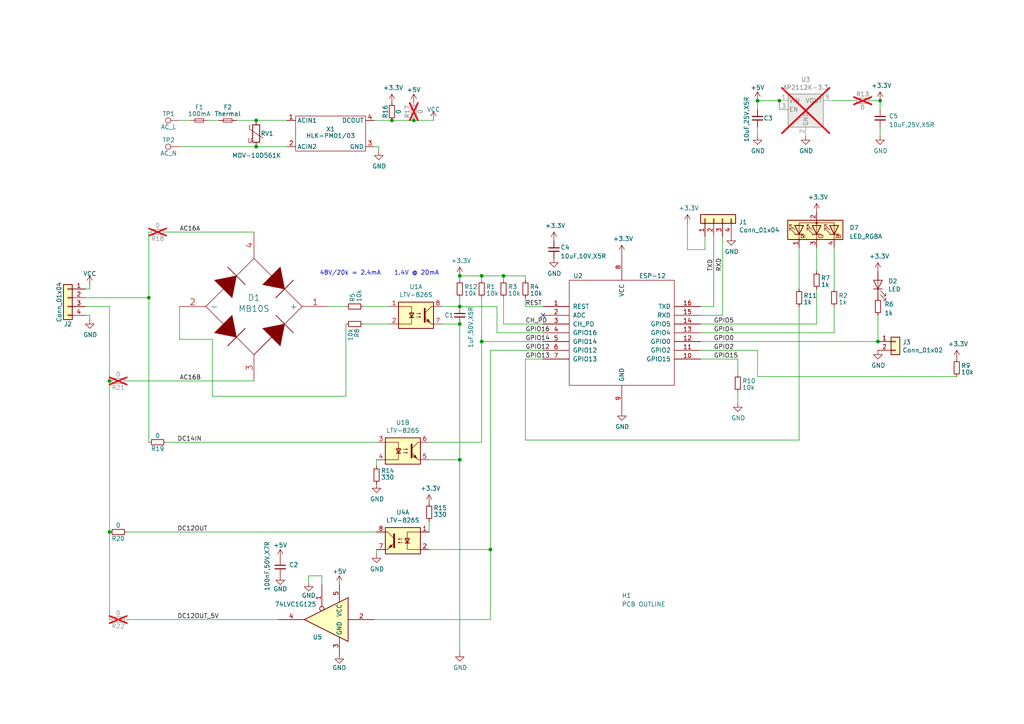
<source format=kicad_sch>
(kicad_sch (version 20230121) (generator eeschema)
  (paper "A4")
  (lib_symbols
    (symbol "Device:Fuse_Small" (pin_numbers hide) (pin_names (offset 0.254) hide)
      (property "Reference" "F" (at 0 -1.524 0))
      (property "Value" "Fuse_Small" (at 0 1.524 0))
      (symbol "Fuse_Small_0_1"
        (rectangle (start -1.27 0.508) (end 1.27 -0.508))
        (polyline (pts (xy -1.27 0) (xy 1.27 0)))
      )
      (symbol "Fuse_Small_1_1"
        (pin passive line (at -2.54 0 0) (length 1.27) (name "~") (number "1"))
        (pin passive line (at 2.54 0 180) (length 1.27) (name "~") (number "2"))
      )
    )
    (symbol "jlcpcb-basic-capacitor-0603:100nF,50V,X7R "
      (property "Reference" "C" (at 1.71 0.508 0))
      (property "Value" "100nF,50V,X7R " (at 1.71 -1.016 0))
      (symbol "100nF,50V,X7R _0_0"
        (polyline (pts (xy -1.524 -0.508) (xy 1.524 -0.508)) (stroke (width 0.3048)))
        (polyline (pts (xy -1.524 0.508) (xy 1.524 0.508)) (stroke (width 0.3048)))
        (pin passive line (at 0 2.54 270) (length 2.032) (name "~") (number "1"))
        (pin passive line (at 0 -2.54 90) (length 2.032) (name "~") (number "2"))
      )
    )
    (symbol "jlcpcb-basic-capacitor-0603:10uF,10V,X5R "
      (property "Reference" "C" (at 1.71 0.508 0))
      (property "Value" "10uF,10V,X5R " (at 1.71 -1.016 0))
      (symbol "10uF,10V,X5R _0_0"
        (polyline (pts (xy -1.524 -0.508) (xy 1.524 -0.508)) (stroke (width 0.3048)))
        (polyline (pts (xy -1.524 0.508) (xy 1.524 0.508)) (stroke (width 0.3048)))
        (pin passive line (at 0 2.54 270) (length 2.032) (name "~") (number "1"))
        (pin passive line (at 0 -2.54 90) (length 2.032) (name "~") (number "2"))
      )
    )
    (symbol "jlcpcb-basic-capacitor-0603:10uF,25V,X5R "
      (property "Reference" "C" (at 1.71 0.508 0))
      (property "Value" "10uF,25V,X5R " (at 1.71 -1.016 0))
      (symbol "10uF,25V,X5R _0_0"
        (polyline (pts (xy -1.524 -0.508) (xy 1.524 -0.508)) (stroke (width 0.3048)))
        (polyline (pts (xy -1.524 0.508) (xy 1.524 0.508)) (stroke (width 0.3048)))
        (pin passive line (at 0 2.54 270) (length 2.032) (name "~") (number "1"))
        (pin passive line (at 0 -2.54 90) (length 2.032) (name "~") (number "2"))
      )
    )
    (symbol "jlcpcb-basic-capacitor-0603:1uF,50V,X5R "
      (property "Reference" "C" (at 1.71 0.508 0))
      (property "Value" "1uF,50V,X5R " (at 1.71 -1.016 0))
      (symbol "1uF,50V,X5R _0_0"
        (polyline (pts (xy -1.524 -0.508) (xy 1.524 -0.508)) (stroke (width 0.3048)))
        (polyline (pts (xy -1.524 0.508) (xy 1.524 0.508)) (stroke (width 0.3048)))
        (pin passive line (at 0 2.54 270) (length 2.032) (name "~") (number "1"))
        (pin passive line (at 0 -2.54 90) (length 2.032) (name "~") (number "2"))
      )
    )
    (symbol "jlcpcb-basic-resistor-0603:0"
      (property "Reference" "R" (at 0.762 0.508 0))
      (property "Value" "0" (at 0.762 -1.016 0))
      (symbol "0_0_0"
        (rectangle (start -0.762 1.778) (end 0.762 -1.778) (stroke (width 0.2032)))
        (pin passive line (at 0 2.54 270) (length 0.762) (name "~") (number "1"))
        (pin passive line (at 0 -2.54 90) (length 0.762) (name "~") (number "2"))
      )
    )
    (symbol "jlcpcb-basic-resistor-0603:10k"
      (property "Reference" "R" (at 0.762 0.508 0))
      (property "Value" "10k" (at 0.762 -1.016 0))
      (symbol "10k_0_0"
        (rectangle (start -0.762 1.778) (end 0.762 -1.778) (stroke (width 0.2032)))
        (pin passive line (at 0 2.54 270) (length 0.762) (name "~") (number "1"))
        (pin passive line (at 0 -2.54 90) (length 0.762) (name "~") (number "2"))
      )
    )
    (symbol "jlcpcb-basic-resistor-0603:1k"
      (property "Reference" "R" (at 0.762 0.508 0))
      (property "Value" "1k" (at 0.762 -1.016 0))
      (symbol "1k_0_0"
        (rectangle (start -0.762 1.778) (end 0.762 -1.778) (stroke (width 0.2032)))
        (pin passive line (at 0 2.54 270) (length 0.762) (name "~") (number "1"))
        (pin passive line (at 0 -2.54 90) (length 0.762) (name "~") (number "2"))
      )
    )
    (symbol "jlcpcb-basic-resistor-0603:330"
      (property "Reference" "R" (at 0.762 0.508 0))
      (property "Value" "330" (at 0.762 -1.016 0))
      (symbol "330_0_0"
        (rectangle (start -0.762 1.778) (end 0.762 -1.778) (stroke (width 0.2032)))
        (pin passive line (at 0 2.54 270) (length 0.762) (name "~") (number "1"))
        (pin passive line (at 0 -2.54 90) (length 0.762) (name "~") (number "2"))
      )
    )
    (symbol "library:74LVC1G125"
      (property "Reference" "U" (at -10.16 7.62 0))
      (property "Value" "74LVC1G125" (at 2.54 -7.62 0))
      (symbol "74LVC1G125_0_1"
        (polyline (pts (xy -7.62 6.35) (xy -7.62 -6.35) (xy 5.08 0) (xy -7.62 6.35)) (stroke (width 0.254)) (fill (type background)))
      )
      (symbol "74LVC1G125_1_1"
        (pin input inverted (at 0 10.16 270) (length 7.62) (name "~") (number "1"))
        (pin input line (at -15.24 0 0) (length 7.62) (name "~") (number "2"))
        (pin power_in line (at -5.08 -10.16 90) (length 5.08) (name "GND") (number "3"))
        (pin tri_state line (at 12.7 0 180) (length 7.62) (name "~") (number "4"))
        (pin power_in line (at -5.08 10.16 270) (length 5.08) (name "VCC") (number "5"))
      )
    )
    (symbol "power:+3.3V" (power) (pin_names (offset 0))
      (property "Value" "+3.3V" (at 0 3.556 0))
      (symbol "+3.3V_0_1"
        (polyline (pts (xy -0.762 1.27) (xy 0 2.54)))
        (polyline (pts (xy 0 0) (xy 0 2.54)))
        (polyline (pts (xy 0 2.54) (xy 0.762 1.27)))
      )
      (symbol "+3.3V_1_1"
        (pin power_in line (at 0 0 90) (length 0) hide (name "+3.3V") (number "1"))
      )
    )
    (symbol "power:+5V" (power) (pin_names (offset 0))
      (property "Value" "+5V" (at 0 3.556 0))
      (symbol "+5V_0_1"
        (polyline (pts (xy -0.762 1.27) (xy 0 2.54)))
        (polyline (pts (xy 0 0) (xy 0 2.54)))
        (polyline (pts (xy 0 2.54) (xy 0.762 1.27)))
      )
      (symbol "+5V_1_1"
        (pin power_in line (at 0 0 90) (length 0) hide (name "+5V") (number "1"))
      )
    )
    (symbol "power:GND" (power) (pin_names (offset 0))
      (property "Value" "GND" (at 0 -3.81 0))
      (symbol "GND_0_1"
        (polyline (pts (xy 0 0) (xy 0 -1.27) (xy 1.27 -1.27) (xy 0 -2.54) (xy -1.27 -1.27) (xy 0 -1.27)))
      )
      (symbol "GND_1_1"
        (pin power_in line (at 0 0 270) (length 0) hide (name "GND") (number "1"))
      )
    )
    (symbol "power:VCC" (power) (pin_names (offset 0))
      (property "Value" "VCC" (at 0 3.81 0))
      (symbol "VCC_0_1"
        (polyline (pts (xy -0.762 1.27) (xy 0 2.54)))
        (polyline (pts (xy 0 0) (xy 0 2.54)))
        (polyline (pts (xy 0 2.54) (xy 0.762 1.27)))
      )
      (symbol "VCC_1_1"
        (pin power_in line (at 0 0 90) (length 0) hide (name "VCC") (number "1"))
      )
    )
    (symbol "tom-connectors:Conn_01x02" (pin_names (offset 1.016) hide)
      (property "Reference" "J" (at 0 2.54 0))
      (property "Value" "Conn_01x02" (at 0 -5.08 0))
      (symbol "Conn_01x02_1_1"
        (rectangle (start -1.27 -2.413) (end 0 -2.667) (stroke (width 0.1524)))
        (rectangle (start -1.27 0.127) (end 0 -0.127) (stroke (width 0.1524)))
        (rectangle (start -1.27 1.27) (end 1.27 -3.81) (stroke (width 0.254)) (fill (type background)))
        (pin passive line (at -5.08 0 0) (length 3.81) (name "Pin_1") (number "1"))
        (pin passive line (at -5.08 -2.54 0) (length 3.81) (name "Pin_2") (number "2"))
      )
    )
    (symbol "tom-connectors:Conn_01x04" (pin_names (offset 1.016) hide)
      (property "Reference" "J" (at 0 5.08 0))
      (property "Value" "Conn_01x04" (at 0 -7.62 0))
      (symbol "Conn_01x04_1_1"
        (rectangle (start -1.27 -4.953) (end 0 -5.207) (stroke (width 0.1524)))
        (rectangle (start -1.27 -2.413) (end 0 -2.667) (stroke (width 0.1524)))
        (rectangle (start -1.27 0.127) (end 0 -0.127) (stroke (width 0.1524)))
        (rectangle (start -1.27 2.667) (end 0 2.413) (stroke (width 0.1524)))
        (rectangle (start -1.27 3.81) (end 1.27 -6.35) (stroke (width 0.254)) (fill (type background)))
        (pin passive line (at -5.08 2.54 0) (length 3.81) (name "Pin_1") (number "1"))
        (pin passive line (at -5.08 0 0) (length 3.81) (name "Pin_2") (number "2"))
        (pin passive line (at -5.08 -2.54 0) (length 3.81) (name "Pin_3") (number "3"))
        (pin passive line (at -5.08 -5.08 0) (length 3.81) (name "Pin_4") (number "4"))
      )
    )
    (symbol "tom-mechanical:TestPoint" (pin_numbers hide) (pin_names (offset 0.762) hide)
      (property "Reference" "TP" (at 0 6.858 0))
      (property "Value" "TestPoint" (at 0 5.08 0))
      (symbol "TestPoint_0_1"
        (circle (center 0 3.302) (radius 0.762))
      )
      (symbol "TestPoint_1_1"
        (pin passive line (at 0 0 90) (length 2.54) (name "1") (number "1"))
      )
    )
    (symbol "tom-mechanical:mech-only-no-pins" (pin_numbers hide) (pin_names (offset 0) hide)
      (property "Reference" "H" (at 0 0 0))
      (property "Value" "mech-only-no-pins" (at 0 2.54 0))
    )
    (symbol "tom-modules:ESP-12" (pin_names (offset 1.016))
      (property "Reference" "U" (at 0 -2.54 0))
      (property "Value" "ESP-12" (at 0 2.54 0))
      (symbol "ESP-12_1_0"
        (rectangle (start -15.24 -15.24) (end 15.24 15.24))
      )
      (symbol "ESP-12_1_1"
        (pin input line (at -22.86 7.62 0) (length 7.62) (name "REST") (number "1"))
        (pin bidirectional line (at 22.86 -7.62 180) (length 7.62) (name "GPIO15") (number "10"))
        (pin bidirectional line (at 22.86 -5.08 180) (length 7.62) (name "GPIO2") (number "11"))
        (pin bidirectional line (at 22.86 -2.54 180) (length 7.62) (name "GPIO0") (number "12"))
        (pin bidirectional line (at 22.86 0 180) (length 7.62) (name "GPIO4") (number "13"))
        (pin bidirectional line (at 22.86 2.54 180) (length 7.62) (name "GPIO5") (number "14"))
        (pin input line (at 22.86 5.08 180) (length 7.62) (name "RXD") (number "15"))
        (pin output line (at 22.86 7.62 180) (length 7.62) (name "TXD") (number "16"))
        (pin passive line (at -22.86 5.08 0) (length 7.62) (name "ADC") (number "2"))
        (pin input line (at -22.86 2.54 0) (length 7.62) (name "CH_PD") (number "3"))
        (pin bidirectional line (at -22.86 0 0) (length 7.62) (name "GPIO16") (number "4"))
        (pin bidirectional line (at -22.86 -2.54 0) (length 7.62) (name "GPIO14") (number "5"))
        (pin bidirectional line (at -22.86 -5.08 0) (length 7.62) (name "GPIO12") (number "6"))
        (pin bidirectional line (at -22.86 -7.62 0) (length 7.62) (name "GPIO13") (number "7"))
        (pin power_in line (at 0 22.86 270) (length 7.62) (name "VCC") (number "8"))
        (pin power_in line (at 0 -22.86 90) (length 7.62) (name "GND") (number "9"))
      )
    )
    (symbol "tom-modules:HLK-PM"
      (property "Reference" "X" (at 0 0 0))
      (symbol "HLK-PM_0_1"
        (rectangle (start -10.16 5.08) (end 10.16 -5.08))
      )
      (symbol "HLK-PM_1_1"
        (pin power_in line (at -12.7 3.81 0) (length 2.54) (name "ACIN1") (number "1"))
        (pin power_in line (at -12.7 -3.81 0) (length 2.54) (name "ACIN2") (number "2"))
        (pin passive line (at 12.7 -3.81 180) (length 2.54) (name "GND") (number "3"))
        (pin power_out line (at 12.7 3.81 180) (length 2.54) (name "DCOUT") (number "4"))
      )
    )
    (symbol "tom-opto:LED" (pin_numbers hide) (pin_names (offset 1.016) hide)
      (property "Reference" "D" (at 0 2.54 0))
      (property "Value" "LED" (at 0 -2.54 0))
      (symbol "LED_0_1"
        (polyline (pts (xy -1.27 -1.27) (xy -1.27 1.27)) (stroke (width 0.2032)))
        (polyline (pts (xy -1.27 0) (xy 1.27 0)))
        (polyline (pts (xy 1.27 -1.27) (xy 1.27 1.27) (xy -1.27 0) (xy 1.27 -1.27)) (stroke (width 0.2032)))
        (polyline (pts (xy -3.048 -0.762) (xy -4.572 -2.286) (xy -3.81 -2.286) (xy -4.572 -2.286) (xy -4.572 -1.524)))
        (polyline (pts (xy -1.778 -0.762) (xy -3.302 -2.286) (xy -2.54 -2.286) (xy -3.302 -2.286) (xy -3.302 -1.524)))
      )
      (symbol "LED_1_1"
        (pin passive line (at -3.81 0 0) (length 2.54) (name "K") (number "1"))
        (pin passive line (at 3.81 0 180) (length 2.54) (name "A") (number "2"))
      )
    )
    (symbol "tom-opto:LED_RGBA" (pin_names (offset 0) hide)
      (property "Reference" "D" (at 0 9.398 0))
      (property "Value" "LED_RGBA" (at 0 -8.89 0))
      (symbol "LED_RGBA_0_0"
        (text "B" (at -1.905 -6.35 0) (effects (font (size 1.27 1.27))))
        (text "G" (at -1.905 -1.27 0) (effects (font (size 1.27 1.27))))
        (text "R" (at -1.905 3.81 0) (effects (font (size 1.27 1.27))))
      )
      (symbol "LED_RGBA_0_1"
        (polyline (pts (xy -1.27 -5.08) (xy -2.54 -5.08)))
        (polyline (pts (xy -1.27 -5.08) (xy 1.27 -5.08)))
        (polyline (pts (xy -1.27 -3.81) (xy -1.27 -6.35)) (stroke (width 0.254)))
        (polyline (pts (xy -1.27 0) (xy -2.54 0)))
        (polyline (pts (xy -1.27 1.27) (xy -1.27 -1.27)) (stroke (width 0.254)))
        (polyline (pts (xy -1.27 5.08) (xy -2.54 5.08)))
        (polyline (pts (xy -1.27 5.08) (xy 1.27 5.08)))
        (polyline (pts (xy -1.27 6.35) (xy -1.27 3.81)) (stroke (width 0.254)))
        (polyline (pts (xy 1.27 0) (xy -1.27 0)))
        (polyline (pts (xy 1.27 0) (xy 2.54 0)))
        (polyline (pts (xy -1.27 1.27) (xy -1.27 -1.27) (xy -1.27 -1.27)))
        (polyline (pts (xy -1.27 6.35) (xy -1.27 3.81) (xy -1.27 3.81)))
        (polyline (pts (xy 1.27 -5.08) (xy 2.032 -5.08) (xy 2.032 5.08) (xy 1.27 5.08)))
        (polyline (pts (xy 1.27 -3.81) (xy 1.27 -6.35) (xy -1.27 -5.08) (xy 1.27 -3.81)) (stroke (width 0.254)))
        (polyline (pts (xy 1.27 1.27) (xy 1.27 -1.27) (xy -1.27 0) (xy 1.27 1.27)) (stroke (width 0.254)))
        (polyline (pts (xy 1.27 6.35) (xy 1.27 3.81) (xy -1.27 5.08) (xy 1.27 6.35)) (stroke (width 0.254)))
        (polyline (pts (xy -1.016 -3.81) (xy 0.508 -2.286) (xy -0.254 -2.286) (xy 0.508 -2.286) (xy 0.508 -3.048)))
        (polyline (pts (xy -1.016 1.27) (xy 0.508 2.794) (xy -0.254 2.794) (xy 0.508 2.794) (xy 0.508 2.032)))
        (polyline (pts (xy -1.016 6.35) (xy 0.508 7.874) (xy -0.254 7.874) (xy 0.508 7.874) (xy 0.508 7.112)))
        (polyline (pts (xy 0 -3.81) (xy 1.524 -2.286) (xy 0.762 -2.286) (xy 1.524 -2.286) (xy 1.524 -3.048)))
        (polyline (pts (xy 0 1.27) (xy 1.524 2.794) (xy 0.762 2.794) (xy 1.524 2.794) (xy 1.524 2.032)))
        (polyline (pts (xy 0 6.35) (xy 1.524 7.874) (xy 0.762 7.874) (xy 1.524 7.874) (xy 1.524 7.112)))
        (rectangle (start 1.27 -1.27) (end 1.27 1.27))
        (rectangle (start 1.27 1.27) (end 1.27 1.27))
        (rectangle (start 1.27 3.81) (end 1.27 6.35))
        (rectangle (start 1.27 6.35) (end 1.27 6.35))
        (circle (center 2.032 0) (radius 0.254) (fill (type outline)))
        (rectangle (start 2.794 8.382) (end -2.794 -7.62) (stroke (width 0.254)) (fill (type background)))
      )
      (symbol "LED_RGBA_1_1"
        (pin passive line (at -5.08 5.08 0) (length 2.54) (name "RK") (number "1"))
        (pin passive line (at 5.08 0 180) (length 2.54) (name "A") (number "2"))
        (pin passive line (at -5.08 0 0) (length 2.54) (name "GK") (number "3"))
        (pin passive line (at -5.08 -5.08 0) (length 2.54) (name "BK") (number "4"))
      )
    )
    (symbol "tom-opto:LTV-826S" (pin_names (offset 1.016))
      (property "Reference" "U" (at -5.08 5.08 0))
      (property "Value" "LTV-826S" (at 0 5.08 0))
      (symbol "LTV-826S_0_1"
        (rectangle (start -5.08 3.81) (end 5.08 -3.81) (stroke (width 0.254)) (fill (type background)))
        (polyline (pts (xy -1.905 -0.635) (xy -0.635 -0.635)) (stroke (width 0.254)))
        (polyline (pts (xy 2.54 0.635) (xy 4.445 2.54)))
        (polyline (pts (xy 4.445 -2.54) (xy 2.54 -0.635)) (fill (type outline)))
        (polyline (pts (xy 4.445 -2.54) (xy 5.08 -2.54)))
        (polyline (pts (xy 4.445 2.54) (xy 5.08 2.54)))
        (polyline (pts (xy -5.08 2.54) (xy -1.27 2.54) (xy -1.27 0.635)))
        (polyline (pts (xy -1.27 1.016) (xy -1.27 -2.54) (xy -5.08 -2.54)))
        (polyline (pts (xy 2.54 1.905) (xy 2.54 -1.905) (xy 2.54 -1.905)) (stroke (width 0.508)))
        (polyline (pts (xy -1.27 -0.635) (xy -1.905 0.635) (xy -0.635 0.635) (xy -1.27 -0.635)) (stroke (width 0.254)))
        (polyline (pts (xy 0.127 -0.508) (xy 1.397 -0.508) (xy 1.016 -0.635) (xy 1.016 -0.381) (xy 1.397 -0.508)))
        (polyline (pts (xy 0.127 0.508) (xy 1.397 0.508) (xy 1.016 0.381) (xy 1.016 0.635) (xy 1.397 0.508)))
        (polyline (pts (xy 3.048 -1.651) (xy 3.556 -1.143) (xy 4.064 -2.159) (xy 3.048 -1.651) (xy 3.048 -1.651)) (fill (type outline)))
      )
      (symbol "LTV-826S_1_1"
        (pin passive line (at -7.62 2.54 0) (length 2.54) (name "~") (number "1"))
        (pin passive line (at -7.62 -2.54 0) (length 2.54) (name "~") (number "2"))
        (pin passive line (at 7.62 -2.54 180) (length 2.54) (name "~") (number "7"))
        (pin passive line (at 7.62 2.54 180) (length 2.54) (name "~") (number "8"))
      )
      (symbol "LTV-826S_2_1"
        (pin passive line (at -7.62 2.54 0) (length 2.54) (name "~") (number "3"))
        (pin passive line (at -7.62 -2.54 0) (length 2.54) (name "~") (number "4"))
        (pin passive line (at 7.62 -2.54 180) (length 2.54) (name "~") (number "5"))
        (pin passive line (at 7.62 2.54 180) (length 2.54) (name "~") (number "6"))
      )
    )
    (symbol "tom-passives:BRIDGE_MBnnS" (pin_names (offset 1.27))
      (property "Reference" "D" (at 0 1.27 0))
      (property "Value" "BRIDGE_MBnnS" (at 0 -1.27 0))
      (symbol "BRIDGE_MBnnS_0_0"
        (polyline (pts (xy -13.97 0) (xy -8.89 -5.08)) (stroke (width 0.1524)))
        (polyline (pts (xy -13.97 0) (xy -8.89 5.08)) (stroke (width 0.1524)))
        (polyline (pts (xy -7.62 11.43) (xy -2.54 6.35)) (stroke (width 0.2032)))
        (polyline (pts (xy -2.54 -6.35) (xy -7.62 -11.43)))
        (polyline (pts (xy -2.54 -6.35) (xy -7.62 -11.43)) (stroke (width 0.2032)))
        (polyline (pts (xy 0 -13.97) (xy 5.08 -8.89)))
        (polyline (pts (xy 0 -13.97) (xy 5.08 -8.89)) (stroke (width 0.1524)))
        (polyline (pts (xy 0 13.97) (xy 5.08 8.89)) (stroke (width 0.1524)))
        (polyline (pts (xy 6.35 -2.54) (xy 11.43 -7.62)) (stroke (width 0.2032)))
        (polyline (pts (xy 8.89 5.08) (xy 13.97 0)) (stroke (width 0.1524)))
        (polyline (pts (xy 11.43 7.62) (xy 6.35 2.54)))
        (polyline (pts (xy 11.43 7.62) (xy 6.35 2.54)) (stroke (width 0.2032)))
        (polyline (pts (xy 13.97 0) (xy 8.89 -5.08)) (stroke (width 0.1524)))
        (polyline (pts (xy -11.43 7.62) (xy -5.08 8.89) (xy -6.35 2.54) (xy -11.43 7.62) (xy -11.43 7.62)) (fill (type outline)))
        (polyline (pts (xy -6.35 -2.54) (xy -5.08 -8.89) (xy -11.43 -7.62) (xy -6.35 -2.54) (xy -6.35 -2.54)) (fill (type outline)))
        (polyline (pts (xy 2.54 -6.35) (xy 8.89 -5.08) (xy 7.62 -11.43) (xy 2.54 -6.35) (xy 2.54 -6.35)) (fill (type outline)))
        (polyline (pts (xy 7.62 11.43) (xy 8.89 5.08) (xy 2.54 6.35) (xy 7.62 11.43) (xy 7.62 11.43)) (fill (type outline)))
      )
      (symbol "BRIDGE_MBnnS_0_1"
        (polyline (pts (xy -5.08 -8.89) (xy 0 -13.97)) (stroke (width 0.1524)))
        (polyline (pts (xy -5.08 8.89) (xy 0 13.97)) (stroke (width 0.1524)))
      )
      (symbol "BRIDGE_MBnnS_1_1"
        (pin input line (at 21.59 0 180) (length 7.62) (name "+") (number "1"))
        (pin input line (at -21.59 0 0) (length 7.62) (name "-") (number "2"))
        (pin input line (at 0 -21.59 90) (length 7.62) (name "~") (number "3"))
        (pin input line (at 0 21.59 270) (length 7.62) (name "~") (number "4"))
      )
    )
    (symbol "tom-passives:Varistor" (pin_numbers hide) (pin_names (offset 0))
      (property "Reference" "RV" (at 3.175 0 90))
      (property "Value" "Varistor" (at -3.175 0 90))
      (symbol "Varistor_0_0"
        (text "U" (at -1.778 -2.032 0) (effects (font (size 1.27 1.27))))
      )
      (symbol "Varistor_0_1"
        (rectangle (start -1.016 -2.54) (end 1.016 2.54) (stroke (width 0.254)))
        (polyline (pts (xy -1.905 2.54) (xy -1.905 1.27) (xy 1.905 -1.27)))
      )
      (symbol "Varistor_1_1"
        (pin passive line (at 0 3.81 270) (length 1.27) (name "~") (number "1"))
        (pin passive line (at 0 -3.81 90) (length 1.27) (name "~") (number "2"))
      )
    )
    (symbol "tom-semiconductors:AP2112K-3.3" (pin_names (offset 0.254))
      (property "Reference" "U" (at -5.08 5.715 0))
      (property "Value" "AP2112K-3.3" (at 0 5.715 0))
      (symbol "AP2112K-3.3_0_1"
        (rectangle (start -5.08 4.445) (end 5.08 -5.08) (stroke (width 0.254)) (fill (type background)))
      )
      (symbol "AP2112K-3.3_1_1"
        (pin power_in line (at -7.62 2.54 0) (length 2.54) (name "VIN") (number "1"))
        (pin passive line (at 0 -7.62 90) (length 2.54) (name "GND") (number "2"))
        (pin input line (at -7.62 0 0) (length 2.54) (name "EN") (number "3"))
        (pin no_connect line (at 7.62 0 180) (length 2.54) hide (name "NC") (number "4"))
        (pin power_out line (at 7.62 2.54 180) (length 2.54) (name "VOUT") (number "5"))
      )
    )
  )
  (junction (at 74.295 42.545))
  (junction (at 133.35 133.35))
  (junction (at 113.665 34.925))
  (junction (at 133.35 88.9))
  (junction (at 226.06 29.21))
  (junction (at 31.75 154.305))
  (junction (at 139.7 99.06))
  (junction (at 133.35 80.01))
  (junction (at 74.295 34.925))
  (junction (at 43.18 86.36))
  (junction (at 146.05 80.01))
  (junction (at 255.27 29.21))
  (junction (at 31.75 110.49))
  (junction (at 219.71 29.21))
  (junction (at 133.35 93.98))
  (junction (at 139.7 80.01))
  (junction (at 254.635 99.06))
  (junction (at 142.24 159.385))
  (junction (at 120.015 34.925))
  (no_connect (at 157.48 91.44))
  (wire (pts (xy 24.765 88.9) (xy 31.75 88.9)))
  (wire (pts (xy 133.35 189.23) (xy 133.35 133.35)))
  (wire (pts (xy 48.26 67.31) (xy 73.66 67.31)))
  (wire (pts (xy 203.2 93.98) (xy 236.855 93.98)))
  (wire (pts (xy 124.46 151.13) (xy 124.46 154.305)))
  (wire (pts (xy 203.2 96.52) (xy 241.935 96.52)))
  (wire (pts (xy 109.22 159.385) (xy 109.22 160.655)))
  (wire (pts (xy 142.24 159.385) (xy 124.46 159.385)))
  (wire (pts (xy 61.595 114.935) (xy 61.595 98.425)))
  (wire (pts (xy 255.27 36.83) (xy 255.27 39.37)))
  (wire (pts (xy 24.765 91.44) (xy 26.035 91.44)))
  (wire (pts (xy 241.935 71.755) (xy 241.935 83.82)))
  (wire (pts (xy 36.83 179.705) (xy 80.645 179.705)))
  (wire (pts (xy 128.27 88.9) (xy 133.35 88.9)))
  (wire (pts (xy 133.35 88.9) (xy 133.35 86.36)))
  (wire (pts (xy 31.75 154.305) (xy 31.75 179.705)))
  (wire (pts (xy 139.7 99.06) (xy 139.7 128.27)))
  (wire (pts (xy 139.7 99.06) (xy 157.48 99.06)))
  (wire (pts (xy 204.47 68.58) (xy 204.47 72.39)))
  (wire (pts (xy 152.4 81.28) (xy 152.4 80.01)))
  (wire (pts (xy 209.55 68.58) (xy 209.55 91.44)))
  (wire (pts (xy 254.635 91.44) (xy 254.635 99.06)))
  (wire (pts (xy 219.71 36.83) (xy 219.71 39.37)))
  (wire (pts (xy 139.7 80.01) (xy 139.7 81.28)))
  (wire (pts (xy 231.775 71.755) (xy 231.775 83.82)))
  (wire (pts (xy 236.855 83.82) (xy 236.855 93.98)))
  (wire (pts (xy 133.35 93.98) (xy 133.35 133.35)))
  (wire (pts (xy 139.7 128.27) (xy 124.46 128.27)))
  (wire (pts (xy 133.35 80.01) (xy 133.35 81.28)))
  (wire (pts (xy 43.18 86.36) (xy 43.18 128.27)))
  (wire (pts (xy 74.295 42.545) (xy 83.185 42.545)))
  (wire (pts (xy 95.25 88.9) (xy 100.33 88.9)))
  (wire (pts (xy 209.55 91.44) (xy 203.2 91.44)))
  (wire (pts (xy 24.765 86.36) (xy 43.18 86.36)))
  (wire (pts (xy 52.07 98.425) (xy 52.07 88.9)))
  (wire (pts (xy 142.24 179.705) (xy 108.585 179.705)))
  (wire (pts (xy 213.995 104.14) (xy 203.2 104.14)))
  (wire (pts (xy 152.4 104.14) (xy 152.4 127.635)))
  (wire (pts (xy 109.855 42.545) (xy 109.855 43.815)))
  (wire (pts (xy 146.05 80.01) (xy 146.05 81.28)))
  (wire (pts (xy 142.24 159.385) (xy 142.24 179.705)))
  (wire (pts (xy 142.24 101.6) (xy 157.48 101.6)))
  (wire (pts (xy 157.48 88.9) (xy 152.4 88.9)))
  (wire (pts (xy 152.4 104.14) (xy 157.48 104.14)))
  (wire (pts (xy 219.71 109.22) (xy 277.495 109.22)))
  (wire (pts (xy 152.4 88.9) (xy 152.4 86.36)))
  (wire (pts (xy 203.2 101.6) (xy 219.71 101.6)))
  (wire (pts (xy 105.41 93.98) (xy 113.03 93.98)))
  (wire (pts (xy 213.995 104.14) (xy 213.995 108.585)))
  (wire (pts (xy 231.775 88.9) (xy 231.775 127.635)))
  (wire (pts (xy 93.345 169.545) (xy 93.345 167.005)))
  (wire (pts (xy 219.71 101.6) (xy 219.71 109.22)))
  (wire (pts (xy 108.585 42.545) (xy 109.855 42.545)))
  (wire (pts (xy 219.71 29.21) (xy 226.06 29.21)))
  (wire (pts (xy 120.015 34.925) (xy 125.73 34.925)))
  (wire (pts (xy 124.46 133.35) (xy 133.35 133.35)))
  (wire (pts (xy 52.07 34.925) (xy 55.245 34.925)))
  (wire (pts (xy 213.995 113.665) (xy 213.995 116.84)))
  (wire (pts (xy 113.665 34.925) (xy 120.015 34.925)))
  (wire (pts (xy 144.145 96.52) (xy 157.48 96.52)))
  (wire (pts (xy 226.06 31.75) (xy 226.06 29.21)))
  (wire (pts (xy 36.83 110.49) (xy 73.66 110.49)))
  (wire (pts (xy 93.345 167.005) (xy 89.535 167.005)))
  (wire (pts (xy 157.48 93.98) (xy 146.05 93.98)))
  (wire (pts (xy 199.39 72.39) (xy 199.39 64.77)))
  (wire (pts (xy 68.58 34.925) (xy 74.295 34.925)))
  (wire (pts (xy 146.05 80.01) (xy 139.7 80.01)))
  (wire (pts (xy 109.22 133.35) (xy 109.22 135.255)))
  (wire (pts (xy 74.295 34.925) (xy 83.185 34.925)))
  (wire (pts (xy 31.75 88.9) (xy 31.75 110.49)))
  (wire (pts (xy 105.41 88.9) (xy 113.03 88.9)))
  (wire (pts (xy 43.18 67.31) (xy 43.18 86.36)))
  (wire (pts (xy 252.73 29.21) (xy 255.27 29.21)))
  (wire (pts (xy 204.47 72.39) (xy 199.39 72.39)))
  (wire (pts (xy 36.83 154.305) (xy 109.22 154.305)))
  (wire (pts (xy 255.27 29.21) (xy 255.27 31.75)))
  (wire (pts (xy 144.145 96.52) (xy 144.145 88.9)))
  (wire (pts (xy 26.035 83.82) (xy 24.765 83.82)))
  (wire (pts (xy 152.4 127.635) (xy 231.775 127.635)))
  (wire (pts (xy 219.71 29.21) (xy 219.71 31.75)))
  (wire (pts (xy 236.855 71.755) (xy 236.855 78.74)))
  (wire (pts (xy 26.035 82.55) (xy 26.035 83.82)))
  (wire (pts (xy 48.26 128.27) (xy 109.22 128.27)))
  (wire (pts (xy 61.595 98.425) (xy 52.07 98.425)))
  (wire (pts (xy 133.35 88.9) (xy 144.145 88.9)))
  (wire (pts (xy 52.07 42.545) (xy 74.295 42.545)))
  (wire (pts (xy 241.935 88.9) (xy 241.935 96.52)))
  (wire (pts (xy 60.325 34.925) (xy 63.5 34.925)))
  (wire (pts (xy 26.035 91.44) (xy 26.035 92.71)))
  (wire (pts (xy 31.75 110.49) (xy 31.75 154.305)))
  (wire (pts (xy 108.585 34.925) (xy 113.665 34.925)))
  (wire (pts (xy 139.7 80.01) (xy 133.35 80.01)))
  (wire (pts (xy 139.7 86.36) (xy 139.7 99.06)))
  (wire (pts (xy 128.27 93.98) (xy 133.35 93.98)))
  (wire (pts (xy 146.05 93.98) (xy 146.05 86.36)))
  (wire (pts (xy 241.3 29.21) (xy 247.65 29.21)))
  (wire (pts (xy 203.2 99.06) (xy 254.635 99.06)))
  (wire (pts (xy 207.01 88.9) (xy 203.2 88.9)))
  (wire (pts (xy 207.01 68.58) (xy 207.01 88.9)))
  (wire (pts (xy 142.24 101.6) (xy 142.24 159.385)))
  (wire (pts (xy 100.33 114.935) (xy 61.595 114.935)))
  (wire (pts (xy 100.33 93.98) (xy 100.33 114.935)))
  (wire (pts (xy 152.4 80.01) (xy 146.05 80.01)))
  (wire (pts (xy 89.535 167.005) (xy 89.535 168.91)))
  (text "48V/20k = 2.4mA" (at 92.71 80.01 0) (effects (font (size 1.27 1.27)) (justify left bottom)))
  (text "1.4V @ 20mA" (at 114.3 80.01 0) (effects (font (size 1.27 1.27)) (justify left bottom)))
  (label "AC16B" (at 52.07 110.49 0))
  (label "GPIO0" (at 207.01 99.06 0))
  (label "CH_PD" (at 152.4 93.98 0))
  (label "GPIO13" (at 152.4 104.14 0))
  (label "GPIO4" (at 207.01 96.52 0))
  (label "DC12OUT_5V" (at 51.435 179.705 0))
  (label "GPIO15" (at 207.01 104.14 0))
  (label "GPIO5" (at 207.01 93.98 0))
  (label "GPIO16" (at 152.4 96.52 0))
  (label "GPIO12" (at 152.4 101.6 0))
  (label "REST" (at 152.4 88.9 0))
  (label "RXD" (at 209.55 78.74 90))
  (label "AC16A" (at 52.07 67.31 0))
  (label "GPIO14" (at 152.4 99.06 0))
  (label "GPIO2" (at 207.01 101.6 0))
  (label "DC12OUT" (at 51.435 154.305 0))
  (label "TXD" (at 207.01 78.74 90))
  (label "DC14IN" (at 51.435 128.27 0))
  (symbol (lib_id "tom-modules:ESP-12") (at 180.34 96.52 0) (unit 1)
    (property "Reference" "U2" (at 167.64 80.01 0))
    (property "Value" "ESP-12" (at 189.23 80.01 0))
    (property "Footprint" "tom-modules:ESP-12E_SMD" (effects hide))
    (property "Datasheet" "http://l0l.org.uk/2014/12/esp8266-modules-hardware-guide-gotta-catch-em-all/" (effects hide))
    (property "LCSC" "C82891" (effects hide))
  )
  (symbol (lib_id "power:GND") (at 180.34 119.38 0) (unit 1)
    (property "Reference" "#PWR0101" (effects hide))
    (property "Value" "GND" (at 180.467 123.7742 0))
  )
  (symbol (lib_id "power:+3.3V") (at 180.34 73.66 0) (unit 1)
    (property "Reference" "#PWR0102" (effects hide))
    (property "Value" "+3.3V" (at 180.721 69.2658 0))
  )
  (symbol (lib_id "power:+3.3V") (at 133.35 80.01 0) (unit 1)
    (property "Reference" "#PWR0103" (effects hide))
    (property "Value" "+3.3V" (at 133.731 75.6158 0))
  )
  (symbol (lib_id "tom-connectors:Conn_01x02") (at 259.715 99.06 0) (unit 1)
    (property "Reference" "J3" (at 261.747 99.2632 0) (effects (justify left)))
    (property "Value" "Conn_01x02" (at 261.747 101.5746 0) (effects (justify left)))
    (property "Footprint" "tom-connectors:PinHeader_1x02_P2.54mm_Vertical" (effects hide))
  )
  (symbol (lib_id "power:GND") (at 254.635 101.6 0) (unit 1)
    (property "Reference" "#PWR0104" (effects hide))
    (property "Value" "GND" (at 254.762 105.9942 0))
  )
  (symbol (lib_id "power:+3.3V") (at 254.635 78.74 0) (unit 1)
    (property "Reference" "#PWR0105" (effects hide))
    (property "Value" "+3.3V" (at 255.016 74.3458 0))
  )
  (symbol (lib_id "tom-connectors:Conn_01x04") (at 207.01 63.5 90) (unit 1)
    (property "Reference" "J1" (at 214.3252 64.4144 90) (effects (justify right)))
    (property "Value" "Conn_01x04" (at 214.3252 66.7258 90) (effects (justify right)))
    (property "Footprint" "tom-connectors:PinHeader_1x04_P2.54mm_Vertical" (effects hide))
  )
  (symbol (lib_id "power:+3.3V") (at 199.39 64.77 0) (unit 1)
    (property "Reference" "#PWR0106" (effects hide))
    (property "Value" "+3.3V" (at 199.771 60.3758 0))
  )
  (symbol (lib_id "power:GND") (at 212.09 68.58 0) (unit 1)
    (property "Reference" "#PWR0107" (effects hide))
    (property "Value" "GND" (at 212.217 72.9742 0))
  )
  (symbol (lib_id "tom-opto:LED") (at 254.635 82.55 90) (unit 1)
    (property "Reference" "D2" (at 257.6068 81.5594 90) (effects (justify right)))
    (property "Value" "LED" (at 257.6068 83.8708 90) (effects (justify right)))
    (property "Footprint" "tom-opto:LED_0805_2012Metric" (effects hide))
    (property "LCSC" "C34499" (effects hide))
  )
  (symbol (lib_id "power:+3.3V") (at 255.27 29.21 0) (unit 1)
    (property "Reference" "#PWR0108" (effects hide))
    (property "Value" "+3.3V" (at 255.651 24.8158 0))
  )
  (symbol (lib_id "power:GND") (at 255.27 39.37 0) (unit 1)
    (property "Reference" "#PWR0109" (effects hide))
    (property "Value" "GND" (at 255.397 43.7642 0))
  )
  (symbol (lib_id "power:+3.3V") (at 277.495 104.14 0) (unit 1)
    (property "Reference" "#PWR0110" (effects hide))
    (property "Value" "+3.3V" (at 277.876 99.7458 0))
  )
  (symbol (lib_id "power:GND") (at 213.995 116.84 0) (unit 1)
    (property "Reference" "#PWR0111" (effects hide))
    (property "Value" "GND" (at 214.122 121.2342 0))
  )
  (symbol (lib_id "tom-opto:LTV-826S") (at 120.65 91.44 0) (unit 1)
    (property "Reference" "U1" (at 120.65 83.185 0))
    (property "Value" "LTV-826S" (at 120.65 85.4964 0))
    (property "Footprint" "tom-semiconductors:DIP-8_W8.89mm_SMDSocket_LongPads" (effects hide))
  )
  (symbol (lib_id "power:GND") (at 133.35 189.23 0) (unit 1)
    (property "Reference" "#PWR0114" (effects hide))
    (property "Value" "GND" (at 133.477 193.6242 0))
  )
  (symbol (lib_id "tom-semiconductors:AP2112K-3.3") (at 233.68 31.75 0) (unit 1) (in_bom no) (dnp yes)
    (property "Reference" "U3" (at 233.68 23.0632 0))
    (property "Value" "AP2112K-3.3" (at 233.68 25.3746 0))
    (property "Footprint" "tom-semiconductors:SOT-23-5" (effects hide))
    (property "Datasheet" "https://www.diodes.com/assets/Datasheets/AP2112.pdf" (effects hide))
  )
  (symbol (lib_id "power:GND") (at 233.68 39.37 0) (unit 1)
    (property "Reference" "#PWR0115" (effects hide))
    (property "Value" "GND" (at 233.807 43.7642 0))
  )
  (symbol (lib_id "power:GND") (at 219.71 39.37 0) (unit 1)
    (property "Reference" "#PWR0116" (effects hide))
    (property "Value" "GND" (at 219.837 43.7642 0))
  )
  (symbol (lib_id "power:+3.3V") (at 236.855 61.595 0) (unit 1)
    (property "Reference" "#PWR0118" (effects hide))
    (property "Value" "+3.3V" (at 237.236 57.2008 0))
  )
  (symbol (lib_id "jlcpcb-basic-resistor-0603:0") (at 113.665 32.385 180) (unit 1)
    (property "Reference" "R16" (at 111.76 32.385 90))
    (property "Value" "0" (at 115.57 32.385 90))
    (property "Footprint" "tom-passives:R_0603_1608Metric" (effects hide))
    (property "Datasheet" "https://datasheet.lcsc.com/lcsc/2110252030_UNI-ROYAL-Uniroyal-Elec-0603WAF0000T5E_C21189.pdf" (effects hide))
    (property "LCSC" "C21189" (effects hide))
    (property "MFG" "UNI-ROYAL(Uniroyal Elec)" (effects hide))
    (property "MFGPN" "0603WAF0000T5E" (effects hide))
  )
  (symbol (lib_id "power:GND") (at 109.22 160.655 0) (unit 1)
    (property "Reference" "#PWR04" (effects hide))
    (property "Value" "GND" (at 109.347 165.0492 0))
  )
  (symbol (lib_id "jlcpcb-basic-resistor-0603:10k") (at 102.87 93.98 270) (unit 1)
    (property "Reference" "R8" (at 103.505 95.25 0) (effects (justify left)))
    (property "Value" "10k" (at 101.6 95.25 0) (effects (justify left)))
    (property "Footprint" "tom-passives:R_0603_1608Metric" (effects hide))
    (property "Datasheet" "https://datasheet.lcsc.com/lcsc/2110260030_UNI-ROYAL-Uniroyal-Elec-0603WAF1002T5E_C25804.pdf" (effects hide))
    (property "LCSC" "C25804" (effects hide))
    (property "MFG" "UNI-ROYAL(Uniroyal Elec)" (effects hide))
    (property "MFGPN" "0603WAF1002T5E" (effects hide))
  )
  (symbol (lib_id "Device:Fuse_Small") (at 57.785 34.925 0) (unit 1)
    (property "Reference" "F1" (at 57.785 31.115 0))
    (property "Value" "100mA" (at 57.785 33.02 0))
    (property "Footprint" "tom-passives:Fuse_2410" (effects hide))
  )
  (symbol (lib_id "jlcpcb-basic-resistor-0603:1k") (at 241.935 86.36 0) (unit 1)
    (property "Reference" "R2" (at 243.205 85.725 0) (effects (justify left)))
    (property "Value" "1k" (at 243.205 87.63 0) (effects (justify left)))
    (property "Footprint" "tom-passives:R_0603_1608Metric" (effects hide))
    (property "Datasheet" "https://datasheet.lcsc.com/lcsc/2110252030_UNI-ROYAL-Uniroyal-Elec-0603WAF1001T5E_C21190.pdf" (effects hide))
    (property "LCSC" "C21190" (effects hide))
    (property "MFG" "UNI-ROYAL(Uniroyal Elec)" (effects hide))
    (property "MFGPN" "0603WAF1001T5E" (effects hide))
  )
  (symbol (lib_id "power:GND") (at 109.22 140.335 0) (unit 1)
    (property "Reference" "#PWR02" (effects hide))
    (property "Value" "GND" (at 109.347 144.7292 0))
  )
  (symbol (lib_id "power:VCC") (at 125.73 34.925 0) (unit 1)
    (property "Reference" "#PWR014" (effects hide))
    (property "Value" "VCC" (at 125.73 31.75 0))
  )
  (symbol (lib_id "jlcpcb-basic-resistor-0603:0") (at 45.72 128.27 270) (unit 1)
    (property "Reference" "R19" (at 45.72 130.175 90))
    (property "Value" "0" (at 45.72 126.365 90))
    (property "Footprint" "tom-passives:R_0603_1608Metric" (effects hide))
    (property "Datasheet" "https://datasheet.lcsc.com/lcsc/2110252030_UNI-ROYAL-Uniroyal-Elec-0603WAF0000T5E_C21189.pdf" (effects hide))
    (property "LCSC" "C21189" (effects hide))
    (property "MFG" "UNI-ROYAL(Uniroyal Elec)" (effects hide))
    (property "MFGPN" "0603WAF0000T5E" (effects hide))
  )
  (symbol (lib_id "power:VCC") (at 26.035 82.55 0) (unit 1)
    (property "Reference" "#PWR015" (effects hide))
    (property "Value" "VCC" (at 26.035 79.375 0))
  )
  (symbol (lib_id "jlcpcb-basic-resistor-0603:0") (at 250.19 29.21 90) (unit 1) (in_bom no) (dnp yes)
    (property "Reference" "R13" (at 250.19 27.305 90))
    (property "Value" "0" (at 250.19 31.115 90))
    (property "Footprint" "tom-passives:R_0603_1608Metric" (effects hide))
    (property "Datasheet" "https://datasheet.lcsc.com/lcsc/2110252030_UNI-ROYAL-Uniroyal-Elec-0603WAF0000T5E_C21189.pdf" (effects hide))
    (property "LCSC" "C21189" (effects hide))
    (property "MFG" "UNI-ROYAL(Uniroyal Elec)" (effects hide))
    (property "MFGPN" "0603WAF0000T5E" (effects hide))
  )
  (symbol (lib_id "tom-mechanical:mech-only-no-pins") (at 179.705 173.355 0) (unit 1)
    (property "Reference" "H1" (at 180.34 172.72 0) (effects (justify left)))
    (property "Value" "PCB OUTLINE" (at 180.34 175.26 0) (effects (justify left)))
    (property "Footprint" "tom-mechanical:PCB_ALIEXPRESS_PLUGPACK_1" (effects hide))
  )
  (symbol (lib_id "jlcpcb-basic-resistor-0603:0") (at 34.29 154.305 270) (unit 1)
    (property "Reference" "R20" (at 34.29 156.21 90))
    (property "Value" "0" (at 34.29 152.4 90))
    (property "Footprint" "tom-passives:R_0603_1608Metric" (effects hide))
    (property "Datasheet" "https://datasheet.lcsc.com/lcsc/2110252030_UNI-ROYAL-Uniroyal-Elec-0603WAF0000T5E_C21189.pdf" (effects hide))
    (property "LCSC" "C21189" (effects hide))
    (property "MFG" "UNI-ROYAL(Uniroyal Elec)" (effects hide))
    (property "MFGPN" "0603WAF0000T5E" (effects hide))
  )
  (symbol (lib_id "power:GND") (at 160.655 74.93 0) (unit 1)
    (property "Reference" "#PWR017" (effects hide))
    (property "Value" "GND" (at 160.782 79.3242 0))
  )
  (symbol (lib_id "jlcpcb-basic-capacitor-0603:10uF,10V,X5R ") (at 160.655 72.39 0) (unit 1)
    (property "Reference" "C4" (at 162.56 71.755 0) (effects (justify left)))
    (property "Value" "10uF,10V,X5R " (at 162.56 74.295 0) (effects (justify left)))
    (property "Footprint" "C_0603_1608Metric" (effects hide))
    (property "Datasheet" "https://datasheet.lcsc.com/lcsc/1810191219_Samsung-Electro-Mechanics-CL10A106KP8NNNC_C19702.pdf" (effects hide))
    (property "LCSC" "C19702" (effects hide))
    (property "MFG" "Samsung Electro-Mechanics" (effects hide))
    (property "MFGPN" "CL10A106KP8NNNC" (effects hide))
  )
  (symbol (lib_id "power:+5V") (at 120.015 29.845 0) (unit 1)
    (property "Reference" "#PWR011" (effects hide))
    (property "Value" "+5V" (at 120.015 26.035 0))
  )
  (symbol (lib_id "jlcpcb-basic-resistor-0603:10k") (at 152.4 83.82 0) (unit 1)
    (property "Reference" "R4" (at 153.67 83.185 0) (effects (justify left)))
    (property "Value" "10k" (at 153.67 85.09 0) (effects (justify left)))
    (property "Footprint" "tom-passives:R_0603_1608Metric" (effects hide))
    (property "Datasheet" "https://datasheet.lcsc.com/lcsc/2110260030_UNI-ROYAL-Uniroyal-Elec-0603WAF1002T5E_C25804.pdf" (effects hide))
    (property "LCSC" "C25804" (effects hide))
    (property "MFG" "UNI-ROYAL(Uniroyal Elec)" (effects hide))
    (property "MFGPN" "0603WAF1002T5E" (effects hide))
  )
  (symbol (lib_id "power:GND") (at 109.855 43.815 0) (unit 1)
    (property "Reference" "#PWR010" (effects hide))
    (property "Value" "GND" (at 109.982 48.2092 0))
  )
  (symbol (lib_id "jlcpcb-basic-capacitor-0603:100nF,50V,X7R ") (at 81.28 164.465 0) (unit 1)
    (property "Reference" "C2" (at 83.82 163.83 0) (effects (justify left)))
    (property "Value" "100nF,50V,X7R " (at 77.47 171.45 90) (effects (justify left)))
    (property "Footprint" "tom-passives:C_0603_1608Metric" (effects hide))
    (property "Datasheet" "https://datasheet.lcsc.com/lcsc/1809301912_YAGEO-CC0603KRX7R9BB104_C14663.pdf" (effects hide))
    (property "LCSC" "C14663" (effects hide))
    (property "MFG" "YAGEO" (effects hide))
    (property "MFGPN" "CC0603KRX7R9BB104" (effects hide))
  )
  (symbol (lib_id "power:+5V") (at 81.28 161.925 0) (mirror y) (unit 1)
    (property "Reference" "#PWR05" (effects hide))
    (property "Value" "+5V" (at 81.28 158.115 0))
  )
  (symbol (lib_id "jlcpcb-basic-resistor-0603:10k") (at 102.87 88.9 90) (unit 1)
    (property "Reference" "R5" (at 102.235 87.63 0) (effects (justify left)))
    (property "Value" "10k" (at 104.14 87.63 0) (effects (justify left)))
    (property "Footprint" "tom-passives:R_0603_1608Metric" (effects hide))
    (property "Datasheet" "https://datasheet.lcsc.com/lcsc/2110260030_UNI-ROYAL-Uniroyal-Elec-0603WAF1002T5E_C25804.pdf" (effects hide))
    (property "LCSC" "C25804" (effects hide))
    (property "MFG" "UNI-ROYAL(Uniroyal Elec)" (effects hide))
    (property "MFGPN" "0603WAF1002T5E" (effects hide))
  )
  (symbol (lib_id "jlcpcb-basic-resistor-0603:0") (at 45.72 67.31 270) (unit 1) (in_bom no) (dnp yes)
    (property "Reference" "R18" (at 45.72 69.215 90))
    (property "Value" "0" (at 45.72 65.405 90))
    (property "Footprint" "tom-passives:R_0603_1608Metric" (effects hide))
    (property "Datasheet" "https://datasheet.lcsc.com/lcsc/2110252030_UNI-ROYAL-Uniroyal-Elec-0603WAF0000T5E_C21189.pdf" (effects hide))
    (property "LCSC" "C21189" (effects hide))
    (property "MFG" "UNI-ROYAL(Uniroyal Elec)" (effects hide))
    (property "MFGPN" "0603WAF0000T5E" (effects hide))
  )
  (symbol (lib_id "jlcpcb-basic-resistor-0603:0") (at 34.29 179.705 270) (unit 1) (in_bom no) (dnp yes)
    (property "Reference" "R22" (at 34.29 181.61 90))
    (property "Value" "0" (at 34.29 177.8 90))
    (property "Footprint" "tom-passives:R_0603_1608Metric" (effects hide))
    (property "Datasheet" "https://datasheet.lcsc.com/lcsc/2110252030_UNI-ROYAL-Uniroyal-Elec-0603WAF0000T5E_C21189.pdf" (effects hide))
    (property "LCSC" "C21189" (effects hide))
    (property "MFG" "UNI-ROYAL(Uniroyal Elec)" (effects hide))
    (property "MFGPN" "0603WAF0000T5E" (effects hide))
  )
  (symbol (lib_id "library:74LVC1G125") (at 93.345 179.705 0) (mirror y) (unit 1)
    (property "Reference" "U5" (at 92.075 184.785 0))
    (property "Value" "74LVC1G125" (at 85.725 175.26 0))
    (property "Footprint" "tom-semiconductors:SOT-23-5" (effects hide))
    (property "Datasheet" "https://www.ti.com/lit/ds/symlink/sn74lvc1g125.pdf" (effects hide))
    (property "LCSC" "C23654" (effects hide))
  )
  (symbol (lib_id "jlcpcb-basic-resistor-0603:330") (at 109.22 137.795 180) (unit 1)
    (property "Reference" "R14" (at 110.49 136.525 0) (effects (justify right)))
    (property "Value" "330" (at 110.49 138.43 0) (effects (justify right)))
    (property "Footprint" "tom-passives:R_0603_1608Metric" (effects hide))
    (property "Datasheet" "https://datasheet.lcsc.com/lcsc/2110252130_UNI-ROYAL-Uniroyal-Elec-0603WAF3300T5E_C23138.pdf" (effects hide))
    (property "LCSC" "C23138" (effects hide))
    (property "MFG" "UNI-ROYAL(Uniroyal Elec)" (effects hide))
    (property "MFGPN" "0603WAF3300T5E" (effects hide))
  )
  (symbol (lib_id "jlcpcb-basic-capacitor-0603:10uF,25V,X5R ") (at 219.71 34.29 0) (mirror y) (unit 1)
    (property "Reference" "C3" (at 224.155 34.29 0) (effects (justify left)))
    (property "Value" "10uF,25V,X5R " (at 216.535 41.275 90) (effects (justify left)))
    (property "Footprint" "tom-passives:C_0603_1608Metric" (effects hide))
    (property "Datasheet" "https://datasheet.lcsc.com/lcsc/1811110921_Samsung-Electro-Mechanics-CL10A106MA8NRNC_C96446.pdf" (effects hide))
    (property "LCSC" "C96446" (effects hide))
    (property "MFG" "Samsung Electro-Mechanics" (effects hide))
    (property "MFGPN" "CL10A106MA8NRNC" (effects hide))
  )
  (symbol (lib_id "tom-mechanical:TestPoint") (at 52.07 42.545 90) (unit 1) (in_bom no)
    (property "Reference" "TP2" (at 48.895 40.64 90))
    (property "Value" "AC_N" (at 48.895 44.45 90))
    (property "Footprint" "tom-mechanical:TestPoint_Pad_D3.0mm" (effects hide))
  )
  (symbol (lib_id "tom-modules:HLK-PM") (at 95.885 38.735 0) (unit 1)
    (property "Reference" "X1" (at 95.885 37.465 0))
    (property "Value" "HLK-PM01/03" (at 95.885 39.37 0))
    (property "Footprint" "tom-modules:HLK-PMxx" (effects hide))
  )
  (symbol (lib_id "jlcpcb-basic-resistor-0603:10k") (at 213.995 111.125 0) (unit 1)
    (property "Reference" "R10" (at 215.265 110.49 0) (effects (justify left)))
    (property "Value" "10k" (at 215.265 112.395 0) (effects (justify left)))
    (property "Footprint" "tom-passives:R_0603_1608Metric" (effects hide))
    (property "Datasheet" "https://datasheet.lcsc.com/lcsc/2110260030_UNI-ROYAL-Uniroyal-Elec-0603WAF1002T5E_C25804.pdf" (effects hide))
    (property "LCSC" "C25804" (effects hide))
    (property "MFG" "UNI-ROYAL(Uniroyal Elec)" (effects hide))
    (property "MFGPN" "0603WAF1002T5E" (effects hide))
  )
  (symbol (lib_id "power:GND") (at 98.425 189.865 0) (mirror y) (unit 1)
    (property "Reference" "#PWR09" (effects hide))
    (property "Value" "GND" (at 98.425 193.675 0))
  )
  (symbol (lib_id "power:+3.3V") (at 124.46 146.05 0) (unit 1)
    (property "Reference" "#PWR03" (effects hide))
    (property "Value" "+3.3V" (at 124.841 141.6558 0))
  )
  (symbol (lib_id "tom-connectors:Conn_01x04") (at 19.685 86.36 0) (mirror y) (unit 1)
    (property "Reference" "J2" (at 19.685 93.98 0))
    (property "Value" "Conn_01x04" (at 17.145 87.63 90))
    (property "Footprint" "tom-connectors:JST_PH_B4B-PH-SM4-TB_1x04-1MP_P2.00mm_Vertical" (effects hide))
  )
  (symbol (lib_id "jlcpcb-basic-capacitor-0603:1uF,50V,X5R ") (at 133.35 91.44 0) (unit 1)
    (property "Reference" "C1" (at 128.905 91.44 0) (effects (justify left)))
    (property "Value" "1uF,50V,X5R " (at 136.525 100.965 90) (effects (justify left)))
    (property "Footprint" "tom-passives:C_0603_1608Metric" (effects hide))
    (property "Datasheet" "https://datasheet.lcsc.com/lcsc/1810261812_Samsung-Electro-Mechanics-CL10A105KB8NNNC_C15849.pdf" (effects hide))
    (property "LCSC" "C15849" (effects hide))
    (property "MFG" "Samsung Electro-Mechanics" (effects hide))
    (property "MFGPN" "CL10A105KB8NNNC" (effects hide))
  )
  (symbol (lib_id "jlcpcb-basic-capacitor-0603:10uF,25V,X5R ") (at 255.27 34.29 0) (unit 1)
    (property "Reference" "C5" (at 257.81 33.655 0) (effects (justify left)))
    (property "Value" "10uF,25V,X5R " (at 257.81 36.195 0) (effects (justify left)))
    (property "Footprint" "tom-passives:C_0603_1608Metric" (effects hide))
    (property "Datasheet" "https://datasheet.lcsc.com/lcsc/1811110921_Samsung-Electro-Mechanics-CL10A106MA8NRNC_C96446.pdf" (effects hide))
    (property "LCSC" "C96446" (effects hide))
    (property "MFG" "Samsung Electro-Mechanics" (effects hide))
    (property "MFGPN" "CL10A106MA8NRNC" (effects hide))
  )
  (symbol (lib_id "tom-opto:LTV-826S") (at 116.84 156.845 0) (mirror y) (unit 1)
    (property "Reference" "U4" (at 116.84 148.59 0))
    (property "Value" "LTV-826S" (at 116.84 150.9014 0))
    (property "Footprint" "tom-semiconductors:DIP-8_W8.89mm_SMDSocket_LongPads" (effects hide))
  )
  (symbol (lib_id "jlcpcb-basic-resistor-0603:1k") (at 231.775 86.36 0) (unit 1)
    (property "Reference" "R11" (at 233.045 85.725 0) (effects (justify left)))
    (property "Value" "1k" (at 233.045 87.63 0) (effects (justify left)))
    (property "Footprint" "tom-passives:R_0603_1608Metric" (effects hide))
    (property "Datasheet" "https://datasheet.lcsc.com/lcsc/2110252030_UNI-ROYAL-Uniroyal-Elec-0603WAF1001T5E_C21190.pdf" (effects hide))
    (property "LCSC" "C21190" (effects hide))
    (property "MFG" "UNI-ROYAL(Uniroyal Elec)" (effects hide))
    (property "MFGPN" "0603WAF1001T5E" (effects hide))
  )
  (symbol (lib_id "power:+3.3V") (at 113.665 29.845 0) (unit 1)
    (property "Reference" "#PWR012" (effects hide))
    (property "Value" "+3.3V" (at 114.046 25.4508 0))
  )
  (symbol (lib_id "jlcpcb-basic-resistor-0603:10k") (at 146.05 83.82 0) (unit 1)
    (property "Reference" "R3" (at 147.32 83.185 0) (effects (justify left)))
    (property "Value" "10k" (at 147.32 85.09 0) (effects (justify left)))
    (property "Footprint" "tom-passives:R_0603_1608Metric" (effects hide))
    (property "Datasheet" "https://datasheet.lcsc.com/lcsc/2110260030_UNI-ROYAL-Uniroyal-Elec-0603WAF1002T5E_C25804.pdf" (effects hide))
    (property "LCSC" "C25804" (effects hide))
    (property "MFG" "UNI-ROYAL(Uniroyal Elec)" (effects hide))
    (property "MFGPN" "0603WAF1002T5E" (effects hide))
  )
  (symbol (lib_id "jlcpcb-basic-resistor-0603:10k") (at 139.7 83.82 0) (unit 1)
    (property "Reference" "R1" (at 140.97 83.185 0) (effects (justify left)))
    (property "Value" "10k" (at 140.97 85.09 0) (effects (justify left)))
    (property "Footprint" "tom-passives:R_0603_1608Metric" (effects hide))
    (property "Datasheet" "https://datasheet.lcsc.com/lcsc/2110260030_UNI-ROYAL-Uniroyal-Elec-0603WAF1002T5E_C25804.pdf" (effects hide))
    (property "LCSC" "C25804" (effects hide))
    (property "MFG" "UNI-ROYAL(Uniroyal Elec)" (effects hide))
    (property "MFGPN" "0603WAF1002T5E" (effects hide))
  )
  (symbol (lib_id "power:GND") (at 26.035 92.71 0) (unit 1)
    (property "Reference" "#PWR013" (effects hide))
    (property "Value" "GND" (at 26.162 97.1042 0))
  )
  (symbol (lib_id "tom-passives:BRIDGE_MBnnS") (at 73.66 88.9 0) (unit 1)
    (property "Reference" "D1" (at 73.66 86.36 0) (effects (font (size 1.778 1.778))))
    (property "Value" "MB10S" (at 73.66 89.535 0) (effects (font (size 1.778 1.778))))
    (property "Footprint" "tom-semiconductors:Diode_Bridge_MBnnS" (effects hide))
    (property "LCSC" "C2488" (effects hide))
  )
  (symbol (lib_id "jlcpcb-basic-resistor-0603:1k") (at 236.855 81.28 0) (unit 1)
    (property "Reference" "R7" (at 238.125 80.645 0) (effects (justify left)))
    (property "Value" "1k" (at 238.125 82.55 0) (effects (justify left)))
    (property "Footprint" "tom-passives:R_0603_1608Metric" (effects hide))
    (property "Datasheet" "https://datasheet.lcsc.com/lcsc/2110252030_UNI-ROYAL-Uniroyal-Elec-0603WAF1001T5E_C21190.pdf" (effects hide))
    (property "LCSC" "C21190" (effects hide))
    (property "MFG" "UNI-ROYAL(Uniroyal Elec)" (effects hide))
    (property "MFGPN" "0603WAF1001T5E" (effects hide))
  )
  (symbol (lib_id "tom-mechanical:TestPoint") (at 52.07 34.925 90) (unit 1) (in_bom no)
    (property "Reference" "TP1" (at 48.895 33.02 90))
    (property "Value" "AC_L" (at 48.895 36.83 90))
    (property "Footprint" "tom-mechanical:TestPoint_Pad_D3.0mm" (effects hide))
  )
  (symbol (lib_id "jlcpcb-basic-resistor-0603:10k") (at 133.35 83.82 0) (unit 1)
    (property "Reference" "R12" (at 134.62 83.185 0) (effects (justify left)))
    (property "Value" "10k" (at 134.62 85.09 0) (effects (justify left)))
    (property "Footprint" "tom-passives:R_0603_1608Metric" (effects hide))
    (property "Datasheet" "https://datasheet.lcsc.com/lcsc/2110260030_UNI-ROYAL-Uniroyal-Elec-0603WAF1002T5E_C25804.pdf" (effects hide))
    (property "LCSC" "C25804" (effects hide))
    (property "MFG" "UNI-ROYAL(Uniroyal Elec)" (effects hide))
    (property "MFGPN" "0603WAF1002T5E" (effects hide))
  )
  (symbol (lib_id "tom-opto:LTV-826S") (at 116.84 130.81 0) (unit 2)
    (property "Reference" "U1" (at 116.84 122.555 0))
    (property "Value" "LTV-826S" (at 116.84 124.8664 0))
    (property "Footprint" "tom-semiconductors:DIP-8_W8.89mm_SMDSocket_LongPads" (effects hide))
  )
  (symbol (lib_id "jlcpcb-basic-resistor-0603:0") (at 34.29 110.49 270) (unit 1) (in_bom no) (dnp yes)
    (property "Reference" "R21" (at 34.29 112.395 90))
    (property "Value" "0" (at 34.29 108.585 90))
    (property "Footprint" "tom-passives:R_0603_1608Metric" (effects hide))
    (property "Datasheet" "https://datasheet.lcsc.com/lcsc/2110252030_UNI-ROYAL-Uniroyal-Elec-0603WAF0000T5E_C21189.pdf" (effects hide))
    (property "LCSC" "C21189" (effects hide))
    (property "MFG" "UNI-ROYAL(Uniroyal Elec)" (effects hide))
    (property "MFGPN" "0603WAF0000T5E" (effects hide))
  )
  (symbol (lib_id "tom-opto:LED_RGBA") (at 236.855 66.675 90) (unit 1)
    (property "Reference" "D7" (at 246.38 66.04 90) (effects (justify right)))
    (property "Value" "LED_RGBA" (at 246.38 68.58 90) (effects (justify right)))
    (property "Footprint" "tom-opto:LED_D5.0mm-4_RGB" (effects hide))
  )
  (symbol (lib_id "Device:Fuse_Small") (at 66.04 34.925 0) (unit 1)
    (property "Reference" "F2" (at 66.04 31.115 0))
    (property "Value" "Thermal" (at 66.04 33.02 0))
    (property "Footprint" "tom-passives:R_Axial_DIN0204_L3.6mm_D1.6mm_P7.62mm_Horizontal" (effects hide))
  )
  (symbol (lib_id "power:+5V") (at 219.71 29.21 0) (unit 1)
    (property "Reference" "#PWR01" (effects hide))
    (property "Value" "+5V" (at 219.71 25.4 0))
  )
  (symbol (lib_id "power:+5V") (at 98.425 169.545 0) (mirror y) (unit 1)
    (property "Reference" "#PWR08" (effects hide))
    (property "Value" "+5V" (at 98.425 165.735 0))
  )
  (symbol (lib_id "jlcpcb-basic-resistor-0603:1k") (at 254.635 88.9 0) (unit 1)
    (property "Reference" "R6" (at 256.54 88.265 0) (effects (justify left)))
    (property "Value" "1k" (at 256.54 90.805 0) (effects (justify left)))
    (property "Footprint" "tom-passives:R_0603_1608Metric" (effects hide))
    (property "Datasheet" "https://datasheet.lcsc.com/lcsc/2110252030_UNI-ROYAL-Uniroyal-Elec-0603WAF1001T5E_C21190.pdf" (effects hide))
    (property "LCSC" "C21190" (effects hide))
    (property "MFG" "UNI-ROYAL(Uniroyal Elec)" (effects hide))
    (property "MFGPN" "0603WAF1001T5E" (effects hide))
  )
  (symbol (lib_id "jlcpcb-basic-resistor-0603:330") (at 124.46 148.59 180) (unit 1)
    (property "Reference" "R15" (at 125.73 147.32 0) (effects (justify right)))
    (property "Value" "330" (at 125.73 149.225 0) (effects (justify right)))
    (property "Footprint" "tom-passives:R_0603_1608Metric" (effects hide))
    (property "Datasheet" "https://datasheet.lcsc.com/lcsc/2110252130_UNI-ROYAL-Uniroyal-Elec-0603WAF3300T5E_C23138.pdf" (effects hide))
    (property "LCSC" "C23138" (effects hide))
    (property "MFG" "UNI-ROYAL(Uniroyal Elec)" (effects hide))
    (property "MFGPN" "0603WAF3300T5E" (effects hide))
  )
  (symbol (lib_id "power:GND") (at 89.535 168.91 0) (mirror y) (unit 1)
    (property "Reference" "#PWR07" (effects hide))
    (property "Value" "GND" (at 89.535 172.72 0))
  )
  (symbol (lib_id "tom-passives:Varistor") (at 74.295 38.735 0) (unit 1)
    (property "Reference" "RV1" (at 75.565 38.735 0) (effects (justify left)))
    (property "Value" "MOV-10D561K" (at 67.31 45.085 0) (effects (justify left)))
    (property "Footprint" "tom-passives:RV_Disc_D12mm_W3.9mm_P7.5mm" (effects hide))
    (property "Datasheet" "https://www.bourns.com/docs/Product-Datasheets/MOV10D.pdf" (effects hide))
    (property "Sim.Name" "kicad_builtin_varistor" (effects hide))
    (property "Sim.Device" "SUBCKT" (effects hide))
    (property "Sim.Pins" "1=A 2=B" (effects hide))
    (property "Sim.Params" "threshold=1k" (effects hide))
    (property "Sim.Library" "${KICAD7_SYMBOL_DIR}/Simulation_SPICE.sp" (effects hide))
  )
  (symbol (lib_id "power:+3.3V") (at 160.655 69.85 0) (unit 1)
    (property "Reference" "#PWR016" (effects hide))
    (property "Value" "+3.3V" (at 161.036 65.4558 0))
  )
  (symbol (lib_id "power:GND") (at 81.28 167.005 0) (mirror y) (unit 1)
    (property "Reference" "#PWR06" (effects hide))
    (property "Value" "GND" (at 81.28 170.815 0))
  )
  (symbol (lib_id "jlcpcb-basic-resistor-0603:0") (at 120.015 32.385 180) (unit 1) (in_bom no) (dnp yes)
    (property "Reference" "R17" (at 118.11 32.385 90))
    (property "Value" "0" (at 121.92 32.385 90))
    (property "Footprint" "tom-passives:R_0603_1608Metric" (effects hide))
    (property "Datasheet" "https://datasheet.lcsc.com/lcsc/2110252030_UNI-ROYAL-Uniroyal-Elec-0603WAF0000T5E_C21189.pdf" (effects hide))
    (property "LCSC" "C21189" (effects hide))
    (property "MFG" "UNI-ROYAL(Uniroyal Elec)" (effects hide))
    (property "MFGPN" "0603WAF0000T5E" (effects hide))
  )
  (symbol (lib_id "jlcpcb-basic-resistor-0603:10k") (at 277.495 106.68 0) (unit 1)
    (property "Reference" "R9" (at 278.765 106.045 0) (effects (justify left)))
    (property "Value" "10k" (at 278.765 107.95 0) (effects (justify left)))
    (property "Footprint" "tom-passives:R_0603_1608Metric" (effects hide))
    (property "Datasheet" "https://datasheet.lcsc.com/lcsc/2110260030_UNI-ROYAL-Uniroyal-Elec-0603WAF1002T5E_C25804.pdf" (effects hide))
    (property "LCSC" "C25804" (effects hide))
    (property "MFG" "UNI-ROYAL(Uniroyal Elec)" (effects hide))
    (property "MFGPN" "0603WAF1002T5E" (effects hide))
  )
)
</source>
